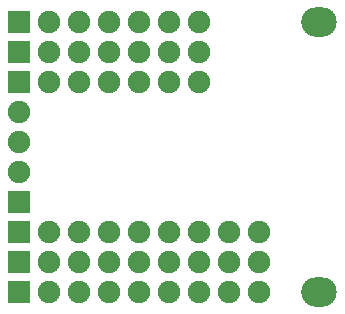
<source format=gbs>
G04 (created by PCBNEW-RS274X (2012-01-19 BZR 3256)-stable) date 1/5/2013 5:07:44 PM*
G01*
G70*
G90*
%MOIN*%
G04 Gerber Fmt 3.4, Leading zero omitted, Abs format*
%FSLAX34Y34*%
G04 APERTURE LIST*
%ADD10C,0.006000*%
%ADD11O,0.118400X0.098700*%
%ADD12R,0.075000X0.075000*%
%ADD13C,0.075000*%
G04 APERTURE END LIST*
G54D10*
G54D11*
X37000Y-32000D03*
X37000Y-23000D03*
G54D12*
X27000Y-29000D03*
G54D13*
X27000Y-28000D03*
X27000Y-27000D03*
X27000Y-26000D03*
G54D12*
X27000Y-30000D03*
G54D13*
X28000Y-30000D03*
X29000Y-30000D03*
X30000Y-30000D03*
X31000Y-30000D03*
X32000Y-30000D03*
X33000Y-30000D03*
X34000Y-30000D03*
X35000Y-30000D03*
G54D12*
X27000Y-25000D03*
G54D13*
X28000Y-25000D03*
X29000Y-25000D03*
X30000Y-25000D03*
X31000Y-25000D03*
X32000Y-25000D03*
X33000Y-25000D03*
G54D12*
X27000Y-31000D03*
G54D13*
X28000Y-31000D03*
X29000Y-31000D03*
X30000Y-31000D03*
X31000Y-31000D03*
X32000Y-31000D03*
X33000Y-31000D03*
X34000Y-31000D03*
X35000Y-31000D03*
G54D12*
X27000Y-24000D03*
G54D13*
X28000Y-24000D03*
X29000Y-24000D03*
X30000Y-24000D03*
X31000Y-24000D03*
X32000Y-24000D03*
X33000Y-24000D03*
G54D12*
X27000Y-32000D03*
G54D13*
X28000Y-32000D03*
X29000Y-32000D03*
X30000Y-32000D03*
X31000Y-32000D03*
X32000Y-32000D03*
X33000Y-32000D03*
X34000Y-32000D03*
X35000Y-32000D03*
G54D12*
X27000Y-23000D03*
G54D13*
X28000Y-23000D03*
X29000Y-23000D03*
X30000Y-23000D03*
X31000Y-23000D03*
X32000Y-23000D03*
X33000Y-23000D03*
M02*

</source>
